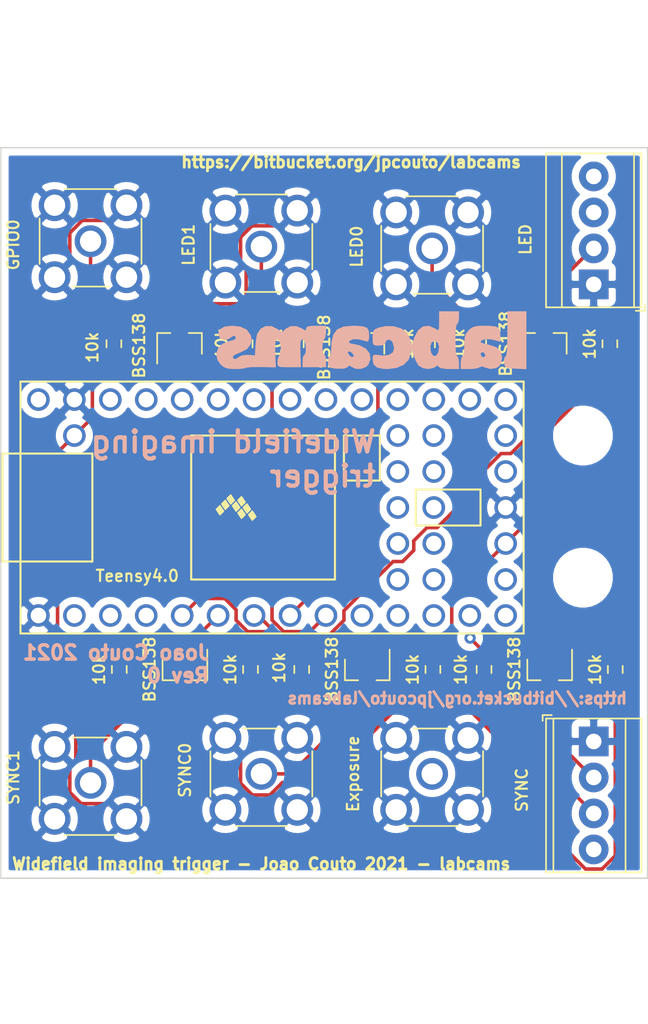
<source format=kicad_pcb>
(kicad_pcb (version 20171130) (host pcbnew 5.1.10)
  (layers (0 F.Cu signal) (1 In1.Cu power) (2 In2.Cu signal) (31 B.Cu power) (34 B.Paste user) (35 F.Paste user) (36 B.SilkS user) (37 F.SilkS user) (38 B.Mask user) (39 F.Mask user) (44 Edge.Cuts user))
  (net 0 "")
  (net 1 sync1_out)
  (net 2 sync0_out)
  (net 3 cam_trigger_out)
  (net 4 GND)
  (net 5 gpio0_out)
  (net 6 led1_out)
  (net 7 led0_out)
  (net 8 cam_trigger)
  (net 9 +3V3)
  (net 10 sync0)
  (net 11 sync1)
  (net 12 led0)
  (net 13 led1)
  (net 14 gpio0)
  (net 15 +5V)
  (net 16 "Net-(U1-Pad44)")
  (net 17 "Net-(U1-Pad43)")
  (net 18 "Net-(U1-Pad42)")
  (net 19 "Net-(U1-Pad41)")
  (net 20 "Net-(U1-Pad40)")
  (net 21 "Net-(U1-Pad39)")
  (net 22 "Net-(U1-Pad38)")
  (net 23 "Net-(U1-Pad37)")
  (net 24 "Net-(U1-Pad36)")
  (net 25 "Net-(U1-Pad35)")
  (net 26 "Net-(U1-Pad2)")
  (net 27 "Net-(U1-Pad3)")
  (net 28 "Net-(U1-Pad10)")
  (net 29 "Net-(U1-Pad11)")
  (net 30 "Net-(U1-Pad12)")
  (net 31 "Net-(U1-Pad13)")
  (net 32 "Net-(U1-Pad33)")
  (net 33 "Net-(U1-Pad31)")
  (net 34 "Net-(U1-Pad30)")
  (net 35 "Net-(U1-Pad29)")
  (net 36 "Net-(U1-Pad28)")
  (net 37 "Net-(U1-Pad27)")
  (net 38 "Net-(U1-Pad26)")
  (net 39 "Net-(U1-Pad25)")
  (net 40 "Net-(U1-Pad24)")
  (net 41 "Net-(U1-Pad23)")
  (net 42 "Net-(U1-Pad22)")
  (net 43 "Net-(U1-Pad21)")
  (net 44 "Net-(U1-Pad14)")
  (net 45 "Net-(U1-Pad15)")
  (net 46 "Net-(U1-Pad20)")
  (net 47 "Net-(U1-Pad19)")
  (net 48 "Net-(U1-Pad18)")
  (module labcams_custom:labcams (layer B.Cu) (at 45.212 32.512 180)
    (fp_text reference G*** hide)
    (fp_text value LOGO hide)
  )
  (module MountingHole:MountingHole_3.2mm_M3 (layer F.Cu) (at 60.579 49.022)
    (fp_text reference mount2 hide)
    (fp_text value MountingHole_3.2mm_M3 hide)
    (pad 1 np_thru_hole circle (at 0 0) (size 3.2 3.2) (drill 3.2) (layers *.Cu *.Mask))
  )
  (module MountingHole:MountingHole_3.2mm_M3 (layer F.Cu) (at 60.579 38.989)
    (fp_text reference mount1 hide)
    (fp_text value MountingHole_3.2mm_M3 hide)
    (pad 1 np_thru_hole circle (at 0 0) (size 3.2 3.2) (drill 3.2) (layers *.Cu *.Mask))
  )
  (module labcams_custom:Teensy40 (layer F.Cu) (at 38.608 44.069)
    (fp_text reference U1 hide)
    (fp_text value Teensy4.0 (at -9.525 4.826) (layer F.SilkS) (effects (font (size 0.8 0.8))))
    (pad 44 thru_hole circle (at 8.89 5.08) (size 1.6 1.6) (drill 1.1) (layers *.Cu *.Mask) (net 16 "Net-(U1-Pad44)"))
    (pad 43 thru_hole circle (at 11.43 5.08) (size 1.6 1.6) (drill 1.1) (layers *.Cu *.Mask) (net 17 "Net-(U1-Pad43)"))
    (pad 42 thru_hole circle (at 8.89 2.54) (size 1.6 1.6) (drill 1.1) (layers *.Cu *.Mask) (net 18 "Net-(U1-Pad42)"))
    (pad 41 thru_hole circle (at 11.43 2.54) (size 1.6 1.6) (drill 1.1) (layers *.Cu *.Mask) (net 19 "Net-(U1-Pad41)"))
    (pad 40 thru_hole circle (at 8.89 0) (size 1.6 1.6) (drill 1.1) (layers *.Cu *.Mask) (net 20 "Net-(U1-Pad40)"))
    (pad 39 thru_hole circle (at 11.43 0) (size 1.6 1.6) (drill 1.1) (layers *.Cu *.Mask) (net 21 "Net-(U1-Pad39)"))
    (pad 38 thru_hole circle (at 8.89 -2.54) (size 1.6 1.6) (drill 1.1) (layers *.Cu *.Mask) (net 22 "Net-(U1-Pad38)"))
    (pad 37 thru_hole circle (at 11.43 -2.54) (size 1.6 1.6) (drill 1.1) (layers *.Cu *.Mask) (net 23 "Net-(U1-Pad37)"))
    (pad 36 thru_hole circle (at 8.89 -5.08) (size 1.6 1.6) (drill 1.1) (layers *.Cu *.Mask) (net 24 "Net-(U1-Pad36)"))
    (pad 35 thru_hole circle (at 11.43 -5.08) (size 1.6 1.6) (drill 1.1) (layers *.Cu *.Mask) (net 25 "Net-(U1-Pad35)"))
    (pad 1 thru_hole circle (at -16.51 7.62) (size 1.6 1.6) (drill 1.1) (layers *.Cu *.Mask) (net 4 GND))
    (pad 2 thru_hole circle (at -13.97 7.62) (size 1.6 1.6) (drill 1.1) (layers *.Cu *.Mask) (net 26 "Net-(U1-Pad2)"))
    (pad 3 thru_hole circle (at -11.43 7.62) (size 1.6 1.6) (drill 1.1) (layers *.Cu *.Mask) (net 27 "Net-(U1-Pad3)"))
    (pad 4 thru_hole circle (at -8.89 7.62) (size 1.6 1.6) (drill 1.1) (layers *.Cu *.Mask) (net 8 cam_trigger))
    (pad 5 thru_hole circle (at -6.35 7.62) (size 1.6 1.6) (drill 1.1) (layers *.Cu *.Mask) (net 10 sync0))
    (pad 6 thru_hole circle (at -3.81 7.62) (size 1.6 1.6) (drill 1.1) (layers *.Cu *.Mask) (net 11 sync1))
    (pad 7 thru_hole circle (at -1.27 7.62) (size 1.6 1.6) (drill 1.1) (layers *.Cu *.Mask) (net 12 led0))
    (pad 8 thru_hole circle (at 1.27 7.62) (size 1.6 1.6) (drill 1.1) (layers *.Cu *.Mask) (net 13 led1))
    (pad 9 thru_hole circle (at 3.81 7.62) (size 1.6 1.6) (drill 1.1) (layers *.Cu *.Mask) (net 14 gpio0))
    (pad 10 thru_hole circle (at 6.35 7.62) (size 1.6 1.6) (drill 1.1) (layers *.Cu *.Mask) (net 28 "Net-(U1-Pad10)"))
    (pad 11 thru_hole circle (at 8.89 7.62) (size 1.6 1.6) (drill 1.1) (layers *.Cu *.Mask) (net 29 "Net-(U1-Pad11)"))
    (pad 12 thru_hole circle (at 11.43 7.62) (size 1.6 1.6) (drill 1.1) (layers *.Cu *.Mask) (net 30 "Net-(U1-Pad12)"))
    (pad 13 thru_hole circle (at 13.97 7.62) (size 1.6 1.6) (drill 1.1) (layers *.Cu *.Mask) (net 31 "Net-(U1-Pad13)"))
    (pad 34 thru_hole circle (at -13.97 -5.08) (size 1.6 1.6) (drill 1.1) (layers *.Cu *.Mask) (net 15 +5V))
    (pad 33 thru_hole circle (at -16.51 -7.62) (size 1.6 1.6) (drill 1.1) (layers *.Cu *.Mask) (net 32 "Net-(U1-Pad33)"))
    (pad 32 thru_hole circle (at -13.97 -7.62) (size 1.6 1.6) (drill 1.1) (layers *.Cu *.Mask) (net 4 GND))
    (pad 31 thru_hole circle (at -11.43 -7.62) (size 1.6 1.6) (drill 1.1) (layers *.Cu *.Mask) (net 33 "Net-(U1-Pad31)"))
    (pad 30 thru_hole circle (at -8.89 -7.62) (size 1.6 1.6) (drill 1.1) (layers *.Cu *.Mask) (net 34 "Net-(U1-Pad30)"))
    (pad 29 thru_hole circle (at -6.35 -7.62) (size 1.6 1.6) (drill 1.1) (layers *.Cu *.Mask) (net 35 "Net-(U1-Pad29)"))
    (pad 28 thru_hole circle (at -3.81 -7.62) (size 1.6 1.6) (drill 1.1) (layers *.Cu *.Mask) (net 36 "Net-(U1-Pad28)"))
    (pad 27 thru_hole circle (at -1.27 -7.62) (size 1.6 1.6) (drill 1.1) (layers *.Cu *.Mask) (net 37 "Net-(U1-Pad27)"))
    (pad 26 thru_hole circle (at 1.27 -7.62) (size 1.6 1.6) (drill 1.1) (layers *.Cu *.Mask) (net 38 "Net-(U1-Pad26)"))
    (pad 25 thru_hole circle (at 3.81 -7.62) (size 1.6 1.6) (drill 1.1) (layers *.Cu *.Mask) (net 39 "Net-(U1-Pad25)"))
    (pad 24 thru_hole circle (at 6.35 -7.62) (size 1.6 1.6) (drill 1.1) (layers *.Cu *.Mask) (net 40 "Net-(U1-Pad24)"))
    (pad 23 thru_hole circle (at 8.89 -7.62) (size 1.6 1.6) (drill 1.1) (layers *.Cu *.Mask) (net 41 "Net-(U1-Pad23)"))
    (pad 22 thru_hole circle (at 11.43 -7.62) (size 1.6 1.6) (drill 1.1) (layers *.Cu *.Mask) (net 42 "Net-(U1-Pad22)"))
    (pad 21 thru_hole circle (at 13.97 -7.62) (size 1.6 1.6) (drill 1.1) (layers *.Cu *.Mask) (net 43 "Net-(U1-Pad21)"))
    (pad 14 thru_hole circle (at 16.51 7.62) (size 1.6 1.6) (drill 1.1) (layers *.Cu *.Mask) (net 44 "Net-(U1-Pad14)"))
    (pad 15 thru_hole circle (at 16.51 5.08) (size 1.6 1.6) (drill 1.1) (layers *.Cu *.Mask) (net 45 "Net-(U1-Pad15)"))
    (pad 16 thru_hole circle (at 16.51 2.54) (size 1.6 1.6) (drill 1.1) (layers *.Cu *.Mask) (net 9 +3V3))
    (pad 20 thru_hole circle (at 16.51 -7.62) (size 1.6 1.6) (drill 1.1) (layers *.Cu *.Mask) (net 46 "Net-(U1-Pad20)"))
    (pad 19 thru_hole circle (at 16.51 -5.08) (size 1.6 1.6) (drill 1.1) (layers *.Cu *.Mask) (net 47 "Net-(U1-Pad19)"))
    (pad 18 thru_hole circle (at 16.51 -2.54) (size 1.6 1.6) (drill 1.1) (layers *.Cu *.Mask) (net 48 "Net-(U1-Pad18)"))
    (pad 17 thru_hole circle (at 16.51 0) (size 1.6 1.6) (drill 1.1) (layers *.Cu *.Mask) (net 4 GND))
  )
  (module Resistor_SMD:R_0603_1608Metric_Pad0.98x0.95mm_HandSolder (layer F.Cu) (at 36.705 32.512 270)
    (fp_text reference R12 hide)
    (fp_text value 10k (at 0 1.653 90) (layer F.SilkS) (effects (font (size 0.8 0.8))))
    (pad 2 smd roundrect (at 0.9125 0 270) (size 0.975 0.95) (layers F.Cu F.Paste F.Mask) (net 14 gpio0))
    (pad 1 smd roundrect (at -0.9125 0 270) (size 0.975 0.95) (layers F.Cu F.Paste F.Mask) (net 9 +3V3))
  )
  (module Resistor_SMD:R_0603_1608Metric_Pad0.98x0.95mm_HandSolder (layer F.Cu) (at 27.432 32.512 90)
    (fp_text reference R11 hide)
    (fp_text value 10k (at -0.254 -1.524 90) (layer F.SilkS) (effects (font (size 0.8 0.8))))
    (pad 2 smd roundrect (at 0.9125 0 90) (size 0.975 0.95) (layers F.Cu F.Paste F.Mask) (net 15 +5V))
    (pad 1 smd roundrect (at -0.9125 0 90) (size 0.975 0.95) (layers F.Cu F.Paste F.Mask) (net 5 gpio0_out))
  )
  (module Resistor_SMD:R_0603_1608Metric_Pad0.98x0.95mm_HandSolder (layer F.Cu) (at 49.5945 32.512 270)
    (fp_text reference R10 hide)
    (fp_text value 10k (at 0 1.43 90) (layer F.SilkS) (effects (font (size 0.8 0.8))))
    (pad 2 smd roundrect (at 0.9125 0 270) (size 0.975 0.95) (layers F.Cu F.Paste F.Mask) (net 13 led1))
    (pad 1 smd roundrect (at -0.9125 0 270) (size 0.975 0.95) (layers F.Cu F.Paste F.Mask) (net 9 +3V3))
  )
  (module Resistor_SMD:R_0603_1608Metric_Pad0.98x0.95mm_HandSolder (layer F.Cu) (at 40.3215 32.512 270)
    (fp_text reference R9 hide)
    (fp_text value 10k (at 0 1.43 90) (layer F.SilkS) (effects (font (size 0.8 0.8))))
    (pad 2 smd roundrect (at 0.9125 0 270) (size 0.975 0.95) (layers F.Cu F.Paste F.Mask) (net 15 +5V))
    (pad 1 smd roundrect (at -0.9125 0 270) (size 0.975 0.95) (layers F.Cu F.Paste F.Mask) (net 6 led1_out))
  )
  (module Resistor_SMD:R_0603_1608Metric_Pad0.98x0.95mm_HandSolder (layer F.Cu) (at 62.484 32.512 270)
    (fp_text reference R8 hide)
    (fp_text value 10k (at 0 1.43 90) (layer F.SilkS) (effects (font (size 0.8 0.8))))
    (pad 2 smd roundrect (at 0.9125 0 270) (size 0.975 0.95) (layers F.Cu F.Paste F.Mask) (net 12 led0))
    (pad 1 smd roundrect (at -0.9125 0 270) (size 0.975 0.95) (layers F.Cu F.Paste F.Mask) (net 9 +3V3))
  )
  (module Resistor_SMD:R_0603_1608Metric_Pad0.98x0.95mm_HandSolder (layer F.Cu) (at 53.211 32.512 270)
    (fp_text reference R7 hide)
    (fp_text value 10k (at 0 1.43 90) (layer F.SilkS) (effects (font (size 0.8 0.8))))
    (pad 2 smd roundrect (at 0.9125 0 270) (size 0.975 0.95) (layers F.Cu F.Paste F.Mask) (net 15 +5V))
    (pad 1 smd roundrect (at -0.9125 0 270) (size 0.975 0.95) (layers F.Cu F.Paste F.Mask) (net 7 led0_out))
  )
  (module Resistor_SMD:R_0603_1608Metric_Pad0.98x0.95mm_HandSolder (layer F.Cu) (at 27.813 55.499 270)
    (fp_text reference R6 hide)
    (fp_text value 10k (at 0 1.43 90) (layer F.SilkS) (effects (font (size 0.8 0.8))))
    (pad 2 smd roundrect (at 0.9125 0 270) (size 0.975 0.95) (layers F.Cu F.Paste F.Mask) (net 11 sync1))
    (pad 1 smd roundrect (at -0.9125 0 270) (size 0.975 0.95) (layers F.Cu F.Paste F.Mask) (net 9 +3V3))
  )
  (module Resistor_SMD:R_0603_1608Metric_Pad0.98x0.95mm_HandSolder (layer F.Cu) (at 37.086 55.499 270)
    (fp_text reference R5 hide)
    (fp_text value 10k (at 0 1.43 90) (layer F.SilkS) (effects (font (size 0.8 0.8))))
    (pad 2 smd roundrect (at 0.9125 0 270) (size 0.975 0.95) (layers F.Cu F.Paste F.Mask) (net 15 +5V))
    (pad 1 smd roundrect (at -0.9125 0 270) (size 0.975 0.95) (layers F.Cu F.Paste F.Mask) (net 1 sync1_out))
  )
  (module Resistor_SMD:R_0603_1608Metric_Pad0.98x0.95mm_HandSolder (layer F.Cu) (at 40.7025 55.499 90)
    (fp_text reference R4 hide)
    (fp_text value 10k (at 0.127 -1.5865 90) (layer F.SilkS) (effects (font (size 0.8 0.8))))
    (pad 2 smd roundrect (at 0.9125 0 90) (size 0.975 0.95) (layers F.Cu F.Paste F.Mask) (net 10 sync0))
    (pad 1 smd roundrect (at -0.9125 0 90) (size 0.975 0.95) (layers F.Cu F.Paste F.Mask) (net 9 +3V3))
  )
  (module Resistor_SMD:R_0603_1608Metric_Pad0.98x0.95mm_HandSolder (layer F.Cu) (at 49.9755 55.499 270)
    (fp_text reference R3 hide)
    (fp_text value 10k (at 0 1.43 90) (layer F.SilkS) (effects (font (size 0.8 0.8))))
    (pad 2 smd roundrect (at 0.9125 0 270) (size 0.975 0.95) (layers F.Cu F.Paste F.Mask) (net 15 +5V))
    (pad 1 smd roundrect (at -0.9125 0 270) (size 0.975 0.95) (layers F.Cu F.Paste F.Mask) (net 2 sync0_out))
  )
  (module Resistor_SMD:R_0603_1608Metric_Pad0.98x0.95mm_HandSolder (layer F.Cu) (at 53.592 55.499 90)
    (fp_text reference R2 hide)
    (fp_text value 10k (at 0 -1.649 90) (layer F.SilkS) (effects (font (size 0.8 0.8))))
    (pad 2 smd roundrect (at 0.9125 0 90) (size 0.975 0.95) (layers F.Cu F.Paste F.Mask) (net 8 cam_trigger))
    (pad 1 smd roundrect (at -0.9125 0 90) (size 0.975 0.95) (layers F.Cu F.Paste F.Mask) (net 9 +3V3))
  )
  (module Resistor_SMD:R_0603_1608Metric_Pad0.98x0.95mm_HandSolder (layer F.Cu) (at 62.865 55.499 270)
    (fp_text reference R1 hide)
    (fp_text value 10k (at 0 1.43 90) (layer F.SilkS) (effects (font (size 0.8 0.8))))
    (pad 2 smd roundrect (at 0.9125 0 270) (size 0.975 0.95) (layers F.Cu F.Paste F.Mask) (net 15 +5V))
    (pad 1 smd roundrect (at -0.9125 0 270) (size 0.975 0.95) (layers F.Cu F.Paste F.Mask) (net 3 cam_trigger_out))
  )
  (module Package_TO_SOT_SMD:SOT-23 (layer F.Cu) (at 32.0685 32.512 90)
    (fp_text reference Q6 hide)
    (fp_text value BSS138 (at -0.127 -2.8585 90) (layer F.SilkS) (effects (font (size 0.8 0.8))))
    (pad 3 smd rect (at 1 0 90) (size 0.9 0.8) (layers F.Cu F.Paste F.Mask) (net 5 gpio0_out))
    (pad 2 smd rect (at -1 0.95 90) (size 0.9 0.8) (layers F.Cu F.Paste F.Mask) (net 14 gpio0))
    (pad 1 smd rect (at -1 -0.95 90) (size 0.9 0.8) (layers F.Cu F.Paste F.Mask) (net 9 +3V3))
  )
  (module Package_TO_SOT_SMD:SOT-23 (layer F.Cu) (at 44.958 32.512 90)
    (fp_text reference Q5 hide)
    (fp_text value BSS138 (at -0.254 -2.667 90) (layer F.SilkS) (effects (font (size 0.8 0.8))))
    (pad 3 smd rect (at 1 0 90) (size 0.9 0.8) (layers F.Cu F.Paste F.Mask) (net 6 led1_out))
    (pad 2 smd rect (at -1 0.95 90) (size 0.9 0.8) (layers F.Cu F.Paste F.Mask) (net 13 led1))
    (pad 1 smd rect (at -1 -0.95 90) (size 0.9 0.8) (layers F.Cu F.Paste F.Mask) (net 9 +3V3))
  )
  (module Package_TO_SOT_SMD:SOT-23 (layer F.Cu) (at 57.8475 32.512 90)
    (fp_text reference Q4 hide)
    (fp_text value BSS138 (at 0 -2.7295 90) (layer F.SilkS) (effects (font (size 0.8 0.8))))
    (pad 3 smd rect (at 1 0 90) (size 0.9 0.8) (layers F.Cu F.Paste F.Mask) (net 7 led0_out))
    (pad 2 smd rect (at -1 0.95 90) (size 0.9 0.8) (layers F.Cu F.Paste F.Mask) (net 12 led0))
    (pad 1 smd rect (at -1 -0.95 90) (size 0.9 0.8) (layers F.Cu F.Paste F.Mask) (net 9 +3V3))
  )
  (module Package_TO_SOT_SMD:SOT-23 (layer F.Cu) (at 32.4495 55.499 270)
    (fp_text reference Q3 hide)
    (fp_text value BSS138 (at 0 2.5 90) (layer F.SilkS) (effects (font (size 0.8 0.8))))
    (pad 3 smd rect (at 1 0 270) (size 0.9 0.8) (layers F.Cu F.Paste F.Mask) (net 1 sync1_out))
    (pad 2 smd rect (at -1 0.95 270) (size 0.9 0.8) (layers F.Cu F.Paste F.Mask) (net 11 sync1))
    (pad 1 smd rect (at -1 -0.95 270) (size 0.9 0.8) (layers F.Cu F.Paste F.Mask) (net 9 +3V3))
  )
  (module Package_TO_SOT_SMD:SOT-23 (layer F.Cu) (at 45.339 55.499 270)
    (fp_text reference Q2 hide)
    (fp_text value BSS138 (at 0 2.5 90) (layer F.SilkS) (effects (font (size 0.8 0.8))))
    (pad 3 smd rect (at 1 0 270) (size 0.9 0.8) (layers F.Cu F.Paste F.Mask) (net 2 sync0_out))
    (pad 2 smd rect (at -1 0.95 270) (size 0.9 0.8) (layers F.Cu F.Paste F.Mask) (net 10 sync0))
    (pad 1 smd rect (at -1 -0.95 270) (size 0.9 0.8) (layers F.Cu F.Paste F.Mask) (net 9 +3V3))
  )
  (module Package_TO_SOT_SMD:SOT-23 (layer F.Cu) (at 58.2285 55.499 270)
    (fp_text reference Q1 hide)
    (fp_text value BSS138 (at 0 2.5 90) (layer F.SilkS) (effects (font (size 0.8 0.8))))
    (pad 3 smd rect (at 1 0 270) (size 0.9 0.8) (layers F.Cu F.Paste F.Mask) (net 3 cam_trigger_out))
    (pad 2 smd rect (at -1 0.95 270) (size 0.9 0.8) (layers F.Cu F.Paste F.Mask) (net 8 cam_trigger))
    (pad 1 smd rect (at -1 -0.95 270) (size 0.9 0.8) (layers F.Cu F.Paste F.Mask) (net 9 +3V3))
  )
  (module Connector_Coaxial:SMA_Molex_73251-2200_Horizontal (layer F.Cu) (at 25.781 25.273)
    (fp_text reference J8 hide)
    (fp_text value GPIO0 (at -5.461 0.254 90) (layer F.SilkS) (effects (font (size 0.8 0.8))))
    (pad 2 thru_hole circle (at -2.54 2.54) (size 2.25 2.25) (drill 1.5) (layers *.Cu *.Mask) (net 4 GND))
    (pad 2 thru_hole circle (at -2.54 -2.54) (size 2.25 2.25) (drill 1.5) (layers *.Cu *.Mask) (net 4 GND))
    (pad 2 thru_hole circle (at 2.54 -2.54) (size 2.25 2.25) (drill 1.5) (layers *.Cu *.Mask) (net 4 GND))
    (pad 2 thru_hole circle (at 2.54 2.54 90) (size 2.25 2.25) (drill 1.5) (layers *.Cu *.Mask) (net 4 GND))
    (pad 1 thru_hole circle (at 0 0) (size 2.25 2.25) (drill 1.5) (layers *.Cu *.Mask) (net 5 gpio0_out))
  )
  (module Connector_Coaxial:SMA_Molex_73251-2200_Horizontal (layer F.Cu) (at 49.921 25.781)
    (fp_text reference J7 hide)
    (fp_text value LED0 (at -5.334 -0.127 90) (layer F.SilkS) (effects (font (size 0.8 0.8))))
    (pad 2 thru_hole circle (at -2.54 2.54) (size 2.25 2.25) (drill 1.5) (layers *.Cu *.Mask) (net 4 GND))
    (pad 2 thru_hole circle (at -2.54 -2.54) (size 2.25 2.25) (drill 1.5) (layers *.Cu *.Mask) (net 4 GND))
    (pad 2 thru_hole circle (at 2.54 -2.54) (size 2.25 2.25) (drill 1.5) (layers *.Cu *.Mask) (net 4 GND))
    (pad 2 thru_hole circle (at 2.54 2.54 90) (size 2.25 2.25) (drill 1.5) (layers *.Cu *.Mask) (net 4 GND))
    (pad 1 thru_hole circle (at 0 0) (size 2.25 2.25) (drill 1.5) (layers *.Cu *.Mask) (net 7 led0_out))
  )
  (module Connector_Coaxial:SMA_Molex_73251-2200_Horizontal (layer F.Cu) (at 37.851 62.865 180)
    (fp_text reference J6 hide)
    (fp_text value SYNC0 (at 5.3975 0.254 90) (layer F.SilkS) (effects (font (size 0.8 0.8))))
    (pad 2 thru_hole circle (at -2.54 2.54 180) (size 2.25 2.25) (drill 1.5) (layers *.Cu *.Mask) (net 4 GND))
    (pad 2 thru_hole circle (at -2.54 -2.54 180) (size 2.25 2.25) (drill 1.5) (layers *.Cu *.Mask) (net 4 GND))
    (pad 2 thru_hole circle (at 2.54 -2.54 180) (size 2.25 2.25) (drill 1.5) (layers *.Cu *.Mask) (net 4 GND))
    (pad 2 thru_hole circle (at 2.54 2.54 270) (size 2.25 2.25) (drill 1.5) (layers *.Cu *.Mask) (net 4 GND))
    (pad 1 thru_hole circle (at 0 0 180) (size 2.25 2.25) (drill 1.5) (layers *.Cu *.Mask) (net 2 sync0_out))
  )
  (module Connector_Coaxial:SMA_Molex_73251-2200_Horizontal (layer F.Cu) (at 25.781 63.5 180)
    (fp_text reference J5 hide)
    (fp_text value SYNC1 (at 5.461 0.381 90) (layer F.SilkS) (effects (font (size 0.8 0.8))))
    (pad 2 thru_hole circle (at -2.54 2.54 180) (size 2.25 2.25) (drill 1.5) (layers *.Cu *.Mask) (net 4 GND))
    (pad 2 thru_hole circle (at -2.54 -2.54 180) (size 2.25 2.25) (drill 1.5) (layers *.Cu *.Mask) (net 4 GND))
    (pad 2 thru_hole circle (at 2.54 -2.54 180) (size 2.25 2.25) (drill 1.5) (layers *.Cu *.Mask) (net 4 GND))
    (pad 2 thru_hole circle (at 2.54 2.54 270) (size 2.25 2.25) (drill 1.5) (layers *.Cu *.Mask) (net 4 GND))
    (pad 1 thru_hole circle (at 0 0 180) (size 2.25 2.25) (drill 1.5) (layers *.Cu *.Mask) (net 1 sync1_out))
  )
  (module Connector_Coaxial:SMA_Molex_73251-2200_Horizontal (layer F.Cu) (at 49.921 62.865 180)
    (fp_text reference J4 hide)
    (fp_text value Exposure (at 5.588 0 90) (layer F.SilkS) (effects (font (size 0.8 0.8))))
    (pad 2 thru_hole circle (at -2.54 2.54 180) (size 2.25 2.25) (drill 1.5) (layers *.Cu *.Mask) (net 4 GND))
    (pad 2 thru_hole circle (at -2.54 -2.54 180) (size 2.25 2.25) (drill 1.5) (layers *.Cu *.Mask) (net 4 GND))
    (pad 2 thru_hole circle (at 2.54 -2.54 180) (size 2.25 2.25) (drill 1.5) (layers *.Cu *.Mask) (net 4 GND))
    (pad 2 thru_hole circle (at 2.54 2.54 270) (size 2.25 2.25) (drill 1.5) (layers *.Cu *.Mask) (net 4 GND))
    (pad 1 thru_hole circle (at 0 0 180) (size 2.25 2.25) (drill 1.5) (layers *.Cu *.Mask) (net 3 cam_trigger_out))
  )
  (module Connector_Coaxial:SMA_Molex_73251-2200_Horizontal (layer F.Cu) (at 37.851 25.654)
    (fp_text reference J3 hide)
    (fp_text value LED1 (at -5.1435 -0.127 90) (layer F.SilkS) (effects (font (size 0.8 0.8))))
    (pad 2 thru_hole circle (at -2.54 2.54) (size 2.25 2.25) (drill 1.5) (layers *.Cu *.Mask) (net 4 GND))
    (pad 2 thru_hole circle (at -2.54 -2.54) (size 2.25 2.25) (drill 1.5) (layers *.Cu *.Mask) (net 4 GND))
    (pad 2 thru_hole circle (at 2.54 -2.54) (size 2.25 2.25) (drill 1.5) (layers *.Cu *.Mask) (net 4 GND))
    (pad 2 thru_hole circle (at 2.54 2.54 90) (size 2.25 2.25) (drill 1.5) (layers *.Cu *.Mask) (net 4 GND))
    (pad 1 thru_hole circle (at 0 0) (size 2.25 2.25) (drill 1.5) (layers *.Cu *.Mask) (net 6 led1_out))
  )
  (module TerminalBlock_TE-Connectivity:TerminalBlock_TE_282834-4_1x04_P2.54mm_Horizontal (layer F.Cu) (at 61.341 28.321 90)
    (fp_text reference J2 hide)
    (fp_text value LED (at 3.175 -4.826 270) (layer F.SilkS) (effects (font (size 0.8 0.8))))
    (pad 4 thru_hole circle (at 7.62 0 90) (size 2.1 2.1) (drill 1.1) (layers *.Cu *.Mask) (net 5 gpio0_out))
    (pad 3 thru_hole circle (at 5.08 0 90) (size 2.1 2.1) (drill 1.1) (layers *.Cu *.Mask) (net 6 led1_out))
    (pad 2 thru_hole circle (at 2.54 0 90) (size 2.1 2.1) (drill 1.1) (layers *.Cu *.Mask) (net 7 led0_out))
    (pad 1 thru_hole rect (at 0 0 90) (size 2.1 2.1) (drill 1.1) (layers *.Cu *.Mask) (net 4 GND))
  )
  (module TerminalBlock_TE-Connectivity:TerminalBlock_TE_282834-4_1x04_P2.54mm_Horizontal (layer F.Cu) (at 61.341 60.579 270)
    (fp_text reference J1 hide)
    (fp_text value SYNC (at 3.429 5.08 90) (layer F.SilkS) (effects (font (size 0.8 0.8))))
    (pad 4 thru_hole circle (at 7.62 0 270) (size 2.1 2.1) (drill 1.1) (layers *.Cu *.Mask) (net 1 sync1_out))
    (pad 3 thru_hole circle (at 5.08 0 270) (size 2.1 2.1) (drill 1.1) (layers *.Cu *.Mask) (net 2 sync0_out))
    (pad 2 thru_hole circle (at 2.54 0 270) (size 2.1 2.1) (drill 1.1) (layers *.Cu *.Mask) (net 3 cam_trigger_out))
    (pad 1 thru_hole rect (at 0 0 270) (size 2.1 2.1) (drill 1.1) (layers *.Cu *.Mask) (net 4 GND))
  )
  (gr_text "Widefield imaging trigger - Joao Couto 2021 - labcams\n" (at 37.846 69.215) (layer F.SilkS) (effects (font (size 0.8 0.8) (thickness 0.2))))
  (gr_text https://bitbucket.org/jpcouto/labcams (at 44.196 19.685) (layer F.SilkS) (effects (font (size 0.8 0.8) (thickness 0.2))))
  (gr_text https://bitbucket.org/jpcouto/labcams (at 51.689 57.531) (layer B.SilkS) (effects (font (size 0.8 0.8) (thickness 0.2)) (justify mirror)))
  (gr_text "Joao Couto 2021\nRev 0" (at 34.29 55.118) (layer B.SilkS) (effects (font (size 1 1) (thickness 0.25)) (justify left mirror)))
  (gr_text "Widefield imaging\ntrigger" (at 46.101 40.64) (layer B.SilkS) (effects (font (size 1.5 1.5) (thickness 0.3)) (justify left mirror)))
  (gr_line (start 65.151 18.669) (end 65.151 70.231) (layer Edge.Cuts) (width 0.1))
  (gr_line (start 19.431 18.669) (end 65.151 18.669) (layer Edge.Cuts) (width 0.1))
  (gr_line (start 19.431 70.231) (end 19.431 18.669) (layer Edge.Cuts) (width 0.1))
  (gr_line (start 65.151 70.231) (end 19.431 70.231) (layer Edge.Cuts) (width 0.1))
  (segment (start 25.781 63.5) (end 25.781 61.4293) (width 0.25) (layer F.Cu) (net 1))
  (segment (start 25.781 61.4293) (end 30.7113 56.499) (width 0.25) (layer F.Cu) (net 1))
  (segment (start 30.7113 56.499) (end 32.4495 56.499) (width 0.25) (layer F.Cu) (net 1))
  (segment (start 32.4495 56.499) (end 35.1735 56.499) (width 0.25) (layer F.Cu) (net 1))
  (segment (start 35.1735 56.499) (end 37.086 54.5865) (width 0.25) (layer F.Cu) (net 1))
  (segment (start 49.9755 54.5865) (end 48.063 56.499) (width 0.25) (layer F.Cu) (net 2))
  (segment (start 48.063 56.499) (end 45.339 56.499) (width 0.25) (layer F.Cu) (net 2))
  (segment (start 61.341 65.659) (end 50.2685 54.5865) (width 0.25) (layer F.Cu) (net 2))
  (segment (start 50.2685 54.5865) (end 49.9755 54.5865) (width 0.25) (layer F.Cu) (net 2))
  (segment (start 37.851 62.865) (end 39.9508 62.865) (width 0.25) (layer F.Cu) (net 2))
  (segment (start 39.9508 62.865) (end 45.339 57.4768) (width 0.25) (layer F.Cu) (net 2))
  (segment (start 45.339 57.4768) (end 45.339 56.499) (width 0.25) (layer F.Cu) (net 2))
  (segment (start 59.4871 57.0322) (end 61.9328 54.5865) (width 0.25) (layer F.Cu) (net 3))
  (segment (start 61.9328 54.5865) (end 62.865 54.5865) (width 0.25) (layer F.Cu) (net 3))
  (segment (start 61.341 63.119) (end 61.2649 63.119) (width 0.25) (layer F.Cu) (net 3))
  (segment (start 61.2649 63.119) (end 59.487 61.3411) (width 0.25) (layer F.Cu) (net 3))
  (segment (start 59.487 61.3411) (end 59.487 57.0323) (width 0.25) (layer F.Cu) (net 3))
  (segment (start 59.487 57.0323) (end 59.4871 57.0322) (width 0.25) (layer F.Cu) (net 3))
  (segment (start 58.9538 56.499) (end 59.4871 57.0322) (width 0.25) (layer F.Cu) (net 3))
  (segment (start 58.2285 56.499) (end 58.9538 56.499) (width 0.25) (layer F.Cu) (net 3))
  (segment (start 32.0685 31.512) (end 31.3432 31.512) (width 0.25) (layer F.Cu) (net 5))
  (segment (start 28.9333 31.8174) (end 28.9333 31.9232) (width 0.25) (layer F.Cu) (net 5))
  (segment (start 28.9333 31.9232) (end 27.432 33.4245) (width 0.25) (layer F.Cu) (net 5))
  (segment (start 25.781 25.273) (end 25.781 28.6651) (width 0.25) (layer F.Cu) (net 5))
  (segment (start 25.781 28.6651) (end 28.9333 31.8174) (width 0.25) (layer F.Cu) (net 5))
  (segment (start 28.9333 31.8174) (end 31.0378 31.8174) (width 0.25) (layer F.Cu) (net 5))
  (segment (start 31.0378 31.8174) (end 31.3432 31.512) (width 0.25) (layer F.Cu) (net 5))
  (segment (start 37.851 25.654) (end 37.851 29.129) (width 0.25) (layer F.Cu) (net 6))
  (segment (start 37.851 29.129) (end 40.3215 31.5995) (width 0.25) (layer F.Cu) (net 6))
  (segment (start 44.958 31.512) (end 40.409 31.512) (width 0.25) (layer F.Cu) (net 6))
  (segment (start 40.409 31.512) (end 40.3215 31.5995) (width 0.25) (layer F.Cu) (net 6))
  (segment (start 53.2985 31.512) (end 53.211 31.5995) (width 0.25) (layer F.Cu) (net 7))
  (segment (start 57.8475 31.512) (end 53.2985 31.512) (width 0.25) (layer F.Cu) (net 7))
  (segment (start 53.2985 31.512) (end 49.921 28.1345) (width 0.25) (layer F.Cu) (net 7))
  (segment (start 49.921 28.1345) (end 49.921 25.781) (width 0.25) (layer F.Cu) (net 7))
  (segment (start 61.341 25.781) (end 61.255 25.781) (width 0.25) (layer F.Cu) (net 7))
  (segment (start 61.255 25.781) (end 57.8475 29.1885) (width 0.25) (layer F.Cu) (net 7))
  (segment (start 57.8475 29.1885) (end 57.8475 31.512) (width 0.25) (layer F.Cu) (net 7))
  (segment (start 53.6795 54.499) (end 53.592 54.5865) (width 0.25) (layer F.Cu) (net 8))
  (segment (start 57.2785 54.499) (end 53.6795 54.499) (width 0.25) (layer F.Cu) (net 8))
  (segment (start 53.6795 54.499) (end 53.6795 54.3596) (width 0.25) (layer F.Cu) (net 8))
  (segment (start 53.6795 54.3596) (end 52.6022 53.2823) (width 0.25) (layer F.Cu) (net 8))
  (via (at 52.6022 53.2823) (size 0.8) (layers F.Cu B.Cu) (net 8))
  (segment (start 33.7622 54.499) (end 32.9868 55.2744) (width 0.25) (layer F.Cu) (net 9))
  (segment (start 32.9868 55.2744) (end 30.3399 55.2744) (width 0.25) (layer F.Cu) (net 9))
  (segment (start 30.3399 55.2744) (end 28.389 57.2253) (width 0.25) (layer F.Cu) (net 9))
  (segment (start 28.389 57.2253) (end 27.3291 57.2253) (width 0.25) (layer F.Cu) (net 9))
  (segment (start 27.3291 57.2253) (end 26.9995 56.8957) (width 0.25) (layer F.Cu) (net 9))
  (segment (start 26.9995 56.8957) (end 26.9995 55.4) (width 0.25) (layer F.Cu) (net 9))
  (segment (start 26.9995 55.4) (end 27.813 54.5865) (width 0.25) (layer F.Cu) (net 9))
  (segment (start 33.7622 54.499) (end 34.1248 54.499) (width 0.25) (layer F.Cu) (net 9))
  (segment (start 33.3995 54.499) (end 33.7622 54.499) (width 0.25) (layer F.Cu) (net 9))
  (segment (start 40.7025 56.4115) (end 38.0598 53.7688) (width 0.25) (layer F.Cu) (net 9))
  (segment (start 38.0598 53.7688) (end 34.855 53.7688) (width 0.25) (layer F.Cu) (net 9))
  (segment (start 34.855 53.7688) (end 34.1248 54.499) (width 0.25) (layer F.Cu) (net 9))
  (segment (start 45.5637 54.499) (end 45.5637 54.6803) (width 0.25) (layer F.Cu) (net 9))
  (segment (start 45.5637 54.6803) (end 43.8325 56.4115) (width 0.25) (layer F.Cu) (net 9))
  (segment (start 43.8325 56.4115) (end 40.7025 56.4115) (width 0.25) (layer F.Cu) (net 9))
  (segment (start 44.008 33.512) (end 44.7333 33.512) (width 0.25) (layer F.Cu) (net 9))
  (segment (start 49.5945 32.2177) (end 45.8369 32.2177) (width 0.25) (layer F.Cu) (net 9))
  (segment (start 45.8369 32.2177) (end 44.7333 33.3213) (width 0.25) (layer F.Cu) (net 9))
  (segment (start 44.7333 33.3213) (end 44.7333 33.512) (width 0.25) (layer F.Cu) (net 9))
  (segment (start 56.1722 33.512) (end 55.4436 34.2406) (width 0.25) (layer F.Cu) (net 9))
  (segment (start 55.4436 34.2406) (end 52.2356 34.2406) (width 0.25) (layer F.Cu) (net 9))
  (segment (start 52.2356 34.2406) (end 50.2127 32.2177) (width 0.25) (layer F.Cu) (net 9))
  (segment (start 50.2127 32.2177) (end 49.5945 32.2177) (width 0.25) (layer F.Cu) (net 9))
  (segment (start 51.308 53.7488) (end 51.308 50.419) (width 0.25) (layer F.Cu) (net 9))
  (segment (start 51.308 50.419) (end 55.118 46.609) (width 0.25) (layer F.Cu) (net 9))
  (segment (start 53.592 56.4115) (end 51.308 54.1275) (width 0.25) (layer F.Cu) (net 9))
  (segment (start 51.308 54.1275) (end 51.308 53.7488) (width 0.25) (layer F.Cu) (net 9))
  (segment (start 51.308 53.7488) (end 47.7645 53.7488) (width 0.25) (layer F.Cu) (net 9))
  (segment (start 47.7645 53.7488) (end 47.0143 54.499) (width 0.25) (layer F.Cu) (net 9))
  (segment (start 59.1785 54.499) (end 58.4532 54.499) (width 0.25) (layer F.Cu) (net 9))
  (segment (start 58.4532 54.499) (end 58.4532 54.6803) (width 0.25) (layer F.Cu) (net 9))
  (segment (start 58.4532 54.6803) (end 56.722 56.4115) (width 0.25) (layer F.Cu) (net 9))
  (segment (start 56.722 56.4115) (end 53.592 56.4115) (width 0.25) (layer F.Cu) (net 9))
  (segment (start 62.484 32.0164) (end 58.9371 32.0164) (width 0.25) (layer F.Cu) (net 9))
  (segment (start 58.9371 32.0164) (end 57.6228 33.3307) (width 0.25) (layer F.Cu) (net 9))
  (segment (start 57.6228 33.3307) (end 57.6228 33.512) (width 0.25) (layer F.Cu) (net 9))
  (segment (start 62.484 31.5995) (end 62.484 32.0164) (width 0.25) (layer F.Cu) (net 9))
  (segment (start 62.484 32.0164) (end 63.3375 32.8699) (width 0.25) (layer F.Cu) (net 9))
  (segment (start 63.3375 32.8699) (end 63.3375 33.9) (width 0.25) (layer F.Cu) (net 9))
  (segment (start 63.3375 33.9) (end 60.7774 36.4601) (width 0.25) (layer F.Cu) (net 9))
  (segment (start 60.7774 36.4601) (end 60.3018 36.4601) (width 0.25) (layer F.Cu) (net 9))
  (segment (start 60.3018 36.4601) (end 56.5326 40.2293) (width 0.25) (layer F.Cu) (net 9))
  (segment (start 56.5326 40.2293) (end 56.5326 45.1944) (width 0.25) (layer F.Cu) (net 9))
  (segment (start 56.5326 45.1944) (end 55.118 46.609) (width 0.25) (layer F.Cu) (net 9))
  (segment (start 56.8975 33.512) (end 57.6228 33.512) (width 0.25) (layer F.Cu) (net 9))
  (segment (start 46.289 54.499) (end 47.0143 54.499) (width 0.25) (layer F.Cu) (net 9))
  (segment (start 49.5945 32.2177) (end 49.5945 31.5995) (width 0.25) (layer F.Cu) (net 9))
  (segment (start 56.8975 33.512) (end 56.1722 33.512) (width 0.25) (layer F.Cu) (net 9))
  (segment (start 44.008 33.512) (end 43.2827 33.512) (width 0.25) (layer F.Cu) (net 9))
  (segment (start 43.2827 33.512) (end 42.5541 34.2406) (width 0.25) (layer F.Cu) (net 9))
  (segment (start 42.5541 34.2406) (end 39.3461 34.2406) (width 0.25) (layer F.Cu) (net 9))
  (segment (start 39.3461 34.2406) (end 36.705 31.5995) (width 0.25) (layer F.Cu) (net 9))
  (segment (start 31.1185 33.512) (end 31.8438 33.512) (width 0.25) (layer F.Cu) (net 9))
  (segment (start 31.8438 33.512) (end 31.8438 33.3307) (width 0.25) (layer F.Cu) (net 9))
  (segment (start 31.8438 33.3307) (end 33.575 31.5995) (width 0.25) (layer F.Cu) (net 9))
  (segment (start 33.575 31.5995) (end 36.705 31.5995) (width 0.25) (layer F.Cu) (net 9))
  (segment (start 46.289 54.499) (end 45.5637 54.499) (width 0.25) (layer F.Cu) (net 9))
  (segment (start 40.7025 54.5427) (end 39.8277 54.5427) (width 0.25) (layer F.Cu) (net 10))
  (segment (start 39.8277 54.5427) (end 38.1126 52.8276) (width 0.25) (layer F.Cu) (net 10))
  (segment (start 38.1126 52.8276) (end 36.8772 52.8276) (width 0.25) (layer F.Cu) (net 10))
  (segment (start 36.8772 52.8276) (end 36.068 52.0184) (width 0.25) (layer F.Cu) (net 10))
  (segment (start 36.068 52.0184) (end 36.068 51.291) (width 0.25) (layer F.Cu) (net 10))
  (segment (start 36.068 51.291) (end 35.2682 50.4912) (width 0.25) (layer F.Cu) (net 10))
  (segment (start 35.2682 50.4912) (end 33.4558 50.4912) (width 0.25) (layer F.Cu) (net 10))
  (segment (start 33.4558 50.4912) (end 32.258 51.689) (width 0.25) (layer F.Cu) (net 10))
  (segment (start 43.6637 54.499) (end 40.7462 54.499) (width 0.25) (layer F.Cu) (net 10))
  (segment (start 40.7462 54.499) (end 40.7025 54.5427) (width 0.25) (layer F.Cu) (net 10))
  (segment (start 40.7025 54.5427) (end 40.7025 54.5865) (width 0.25) (layer F.Cu) (net 10))
  (segment (start 44.389 54.499) (end 43.6637 54.499) (width 0.25) (layer F.Cu) (net 10))
  (segment (start 31.4995 54.499) (end 32.2248 54.499) (width 0.25) (layer F.Cu) (net 11))
  (segment (start 34.798 51.689) (end 32.2248 54.2622) (width 0.25) (layer F.Cu) (net 11))
  (segment (start 32.2248 54.2622) (end 32.2248 54.499) (width 0.25) (layer F.Cu) (net 11))
  (segment (start 27.813 56.4115) (end 29.7255 54.499) (width 0.25) (layer F.Cu) (net 11))
  (segment (start 29.7255 54.499) (end 31.4995 54.499) (width 0.25) (layer F.Cu) (net 11))
  (segment (start 58.7975 33.512) (end 58.7975 36.9468) (width 0.25) (layer F.Cu) (net 12))
  (segment (start 58.7975 36.9468) (end 55.4853 40.259) (width 0.25) (layer F.Cu) (net 12))
  (segment (start 55.4853 40.259) (end 54.7905 40.259) (width 0.25) (layer F.Cu) (net 12))
  (segment (start 54.7905 40.259) (end 51.5363 43.5132) (width 0.25) (layer F.Cu) (net 12))
  (segment (start 51.5363 43.5132) (end 51.5363 44.2275) (width 0.25) (layer F.Cu) (net 12))
  (segment (start 51.5363 44.2275) (end 50.2802 45.4836) (width 0.25) (layer F.Cu) (net 12))
  (segment (start 50.2802 45.4836) (end 49.5586 45.4836) (width 0.25) (layer F.Cu) (net 12))
  (segment (start 49.5586 45.4836) (end 48.6234 46.4188) (width 0.25) (layer F.Cu) (net 12))
  (segment (start 48.6234 46.4188) (end 48.6234 47.0884) (width 0.25) (layer F.Cu) (net 12))
  (segment (start 48.6234 47.0884) (end 47.8328 47.879) (width 0.25) (layer F.Cu) (net 12))
  (segment (start 47.8328 47.879) (end 47.1623 47.879) (width 0.25) (layer F.Cu) (net 12))
  (segment (start 47.1623 47.879) (end 43.688 51.3533) (width 0.25) (layer F.Cu) (net 12))
  (segment (start 43.688 51.3533) (end 43.688 52.0225) (width 0.25) (layer F.Cu) (net 12))
  (segment (start 43.688 52.0225) (end 42.4109 53.2996) (width 0.25) (layer F.Cu) (net 12))
  (segment (start 42.4109 53.2996) (end 39.2407 53.2996) (width 0.25) (layer F.Cu) (net 12))
  (segment (start 39.2407 53.2996) (end 37.6301 51.689) (width 0.25) (layer F.Cu) (net 12))
  (segment (start 37.6301 51.689) (end 37.338 51.689) (width 0.25) (layer F.Cu) (net 12))
  (segment (start 58.7975 33.512) (end 62.3965 33.512) (width 0.25) (layer F.Cu) (net 12))
  (segment (start 62.3965 33.512) (end 62.484 33.4245) (width 0.25) (layer F.Cu) (net 12))
  (segment (start 45.908 33.512) (end 45.908 34.2873) (width 0.25) (layer F.Cu) (net 13))
  (segment (start 39.878 51.689) (end 46.088 45.479) (width 0.25) (layer F.Cu) (net 13))
  (segment (start 46.088 45.479) (end 46.088 34.4673) (width 0.25) (layer F.Cu) (net 13))
  (segment (start 46.088 34.4673) (end 45.908 34.2873) (width 0.25) (layer F.Cu) (net 13))
  (segment (start 45.908 33.512) (end 49.507 33.512) (width 0.25) (layer F.Cu) (net 13))
  (segment (start 49.507 33.512) (end 49.5945 33.4245) (width 0.25) (layer F.Cu) (net 13))
  (segment (start 42.418 51.689) (end 41.2829 52.8241) (width 0.25) (layer F.Cu) (net 14))
  (segment (start 41.2829 52.8241) (end 39.4213 52.8241) (width 0.25) (layer F.Cu) (net 14))
  (segment (start 39.4213 52.8241) (end 38.608 52.0108) (width 0.25) (layer F.Cu) (net 14))
  (segment (start 38.608 52.0108) (end 38.608 35.5025) (width 0.25) (layer F.Cu) (net 14))
  (segment (start 38.608 35.5025) (end 36.6175 33.512) (width 0.25) (layer F.Cu) (net 14))
  (segment (start 36.6175 33.512) (end 36.705 33.4245) (width 0.25) (layer F.Cu) (net 14))
  (segment (start 33.0185 33.512) (end 36.6175 33.512) (width 0.25) (layer F.Cu) (net 14))
  (segment (start 36.7782 29.6861) (end 40.3215 33.2294) (width 0.25) (layer F.Cu) (net 15))
  (segment (start 40.3215 33.2294) (end 40.3215 33.4245) (width 0.25) (layer F.Cu) (net 15))
  (segment (start 27.432 31.5995) (end 25.3306 29.4981) (width 0.25) (layer F.Cu) (net 15))
  (segment (start 25.3306 29.4981) (end 25.3306 27.3625) (width 0.25) (layer F.Cu) (net 15))
  (segment (start 25.3306 27.3625) (end 24.3145 26.3464) (width 0.25) (layer F.Cu) (net 15))
  (segment (start 24.3145 26.3464) (end 24.3145 24.6883) (width 0.25) (layer F.Cu) (net 15))
  (segment (start 24.3145 24.6883) (end 25.1963 23.8065) (width 0.25) (layer F.Cu) (net 15))
  (segment (start 25.1963 23.8065) (end 26.956 23.8065) (width 0.25) (layer F.Cu) (net 15))
  (segment (start 26.956 23.8065) (end 32.8356 29.6861) (width 0.25) (layer F.Cu) (net 15))
  (segment (start 32.8356 29.6861) (end 36.7782 29.6861) (width 0.25) (layer F.Cu) (net 15))
  (segment (start 53.211 33.4245) (end 49.8646 30.0781) (width 0.25) (layer F.Cu) (net 15))
  (segment (start 49.8646 30.0781) (end 44.8152 30.0781) (width 0.25) (layer F.Cu) (net 15))
  (segment (start 44.8152 30.0781) (end 38.9246 24.1875) (width 0.25) (layer F.Cu) (net 15))
  (segment (start 38.9246 24.1875) (end 37.192 24.1875) (width 0.25) (layer F.Cu) (net 15))
  (segment (start 37.192 24.1875) (end 36.3845 24.995) (width 0.25) (layer F.Cu) (net 15))
  (segment (start 36.3845 24.995) (end 36.3845 26.7275) (width 0.25) (layer F.Cu) (net 15))
  (segment (start 36.3845 26.7275) (end 36.7782 27.1212) (width 0.25) (layer F.Cu) (net 15))
  (segment (start 36.7782 27.1212) (end 36.7782 29.6861) (width 0.25) (layer F.Cu) (net 15))
  (segment (start 24.638 38.989) (end 25.908 37.719) (width 0.25) (layer F.Cu) (net 15))
  (segment (start 25.908 37.719) (end 25.908 33.1235) (width 0.25) (layer F.Cu) (net 15))
  (segment (start 25.908 33.1235) (end 27.432 31.5995) (width 0.25) (layer F.Cu) (net 15))
  (segment (start 36.3845 63.5242) (end 28.2968 63.5242) (width 0.25) (layer F.Cu) (net 15))
  (segment (start 28.2968 63.5242) (end 26.8545 64.9665) (width 0.25) (layer F.Cu) (net 15))
  (segment (start 26.8545 64.9665) (end 25.1221 64.9665) (width 0.25) (layer F.Cu) (net 15))
  (segment (start 25.1221 64.9665) (end 24.3145 64.1589) (width 0.25) (layer F.Cu) (net 15))
  (segment (start 24.3145 64.1589) (end 24.3145 62.4265) (width 0.25) (layer F.Cu) (net 15))
  (segment (start 24.3145 62.4265) (end 24.7379 62.0031) (width 0.25) (layer F.Cu) (net 15))
  (segment (start 24.7379 62.0031) (end 24.7379 55.318) (width 0.25) (layer F.Cu) (net 15))
  (segment (start 24.7379 55.318) (end 23.4474 54.0275) (width 0.25) (layer F.Cu) (net 15))
  (segment (start 23.4474 54.0275) (end 23.4474 40.1796) (width 0.25) (layer F.Cu) (net 15))
  (segment (start 23.4474 40.1796) (end 24.638 38.989) (width 0.25) (layer F.Cu) (net 15))
  (segment (start 36.3845 63.5242) (end 37.2166 64.3563) (width 0.25) (layer F.Cu) (net 15))
  (segment (start 37.2166 64.3563) (end 38.4592 64.3563) (width 0.25) (layer F.Cu) (net 15))
  (segment (start 38.4592 64.3563) (end 39.3398 63.4757) (width 0.25) (layer F.Cu) (net 15))
  (segment (start 39.3398 63.4757) (end 42.1792 63.4757) (width 0.25) (layer F.Cu) (net 15))
  (segment (start 42.1792 63.4757) (end 49.2434 56.4115) (width 0.25) (layer F.Cu) (net 15))
  (segment (start 49.2434 56.4115) (end 49.9755 56.4115) (width 0.25) (layer F.Cu) (net 15))
  (segment (start 37.086 56.4115) (end 37.086 61.09) (width 0.25) (layer F.Cu) (net 15))
  (segment (start 37.086 61.09) (end 36.3845 61.7915) (width 0.25) (layer F.Cu) (net 15))
  (segment (start 36.3845 61.7915) (end 36.3845 63.5242) (width 0.25) (layer F.Cu) (net 15))
  (segment (start 49.9755 56.4115) (end 50.61 56.4115) (width 0.25) (layer F.Cu) (net 15))
  (segment (start 50.61 56.4115) (end 58.4881 64.2896) (width 0.25) (layer F.Cu) (net 15))
  (segment (start 58.4881 64.2896) (end 58.4881 67.3134) (width 0.25) (layer F.Cu) (net 15))
  (segment (start 58.4881 67.3134) (end 60.7589 69.5842) (width 0.25) (layer F.Cu) (net 15))
  (segment (start 60.7589 69.5842) (end 61.9262 69.5842) (width 0.25) (layer F.Cu) (net 15))
  (segment (start 61.9262 69.5842) (end 62.865 68.6454) (width 0.25) (layer F.Cu) (net 15))
  (segment (start 62.865 68.6454) (end 62.865 56.4115) (width 0.25) (layer F.Cu) (net 15))
  (zone (net 4) (net_name GND) (layer B.Cu) (connect_pads (clearance 0.508)) (min_thickness 0.254) (fill yes (arc_segments 32) (thermal_gap 0.508) (thermal_bridge_width 0.508))
    (polygon (pts (xy 65.024 70.104) (xy 19.558 70.104) (xy 19.558 18.669) (xy 65.024 18.669)))
  )
)
</source>
